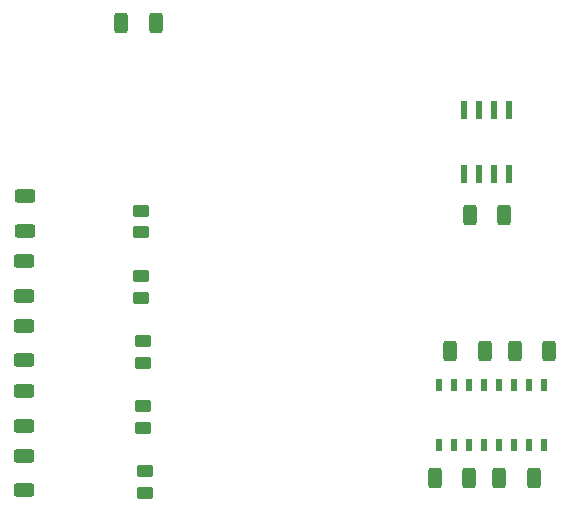
<source format=gtp>
G04 #@! TF.GenerationSoftware,KiCad,Pcbnew,8.0.0*
G04 #@! TF.CreationDate,2024-12-24T11:36:35-06:00*
G04 #@! TF.ProjectId,Rain and Switches Control Board,5261696e-2061-46e6-9420-537769746368,rev?*
G04 #@! TF.SameCoordinates,Original*
G04 #@! TF.FileFunction,Paste,Top*
G04 #@! TF.FilePolarity,Positive*
%FSLAX46Y46*%
G04 Gerber Fmt 4.6, Leading zero omitted, Abs format (unit mm)*
G04 Created by KiCad (PCBNEW 8.0.0) date 2024-12-24 11:36:35*
%MOMM*%
%LPD*%
G01*
G04 APERTURE LIST*
G04 Aperture macros list*
%AMRoundRect*
0 Rectangle with rounded corners*
0 $1 Rounding radius*
0 $2 $3 $4 $5 $6 $7 $8 $9 X,Y pos of 4 corners*
0 Add a 4 corners polygon primitive as box body*
4,1,4,$2,$3,$4,$5,$6,$7,$8,$9,$2,$3,0*
0 Add four circle primitives for the rounded corners*
1,1,$1+$1,$2,$3*
1,1,$1+$1,$4,$5*
1,1,$1+$1,$6,$7*
1,1,$1+$1,$8,$9*
0 Add four rect primitives between the rounded corners*
20,1,$1+$1,$2,$3,$4,$5,0*
20,1,$1+$1,$4,$5,$6,$7,0*
20,1,$1+$1,$6,$7,$8,$9,0*
20,1,$1+$1,$8,$9,$2,$3,0*%
G04 Aperture macros list end*
%ADD10RoundRect,0.250000X-0.312500X-0.625000X0.312500X-0.625000X0.312500X0.625000X-0.312500X0.625000X0*%
%ADD11RoundRect,0.250000X-0.450000X0.262500X-0.450000X-0.262500X0.450000X-0.262500X0.450000X0.262500X0*%
%ADD12RoundRect,0.250000X0.625000X-0.312500X0.625000X0.312500X-0.625000X0.312500X-0.625000X-0.312500X0*%
%ADD13RoundRect,0.250000X0.312500X0.625000X-0.312500X0.625000X-0.312500X-0.625000X0.312500X-0.625000X0*%
%ADD14R,0.508000X1.104900*%
%ADD15R,0.609600X1.549400*%
G04 APERTURE END LIST*
D10*
X185833500Y-61928800D03*
X188758500Y-61928800D03*
D11*
X158158500Y-72603800D03*
X158158500Y-74428800D03*
D12*
X148096000Y-74241300D03*
X148096000Y-71316300D03*
D13*
X185796000Y-84178800D03*
X182871000Y-84178800D03*
X156333500Y-45628800D03*
X159258500Y-45628800D03*
X192571000Y-73428800D03*
X189646000Y-73428800D03*
D12*
X148196000Y-63241300D03*
X148196000Y-60316300D03*
D13*
X191271000Y-84178800D03*
X188346000Y-84178800D03*
D11*
X158346000Y-83616300D03*
X158346000Y-85441300D03*
X158046000Y-67116300D03*
X158046000Y-68941300D03*
D13*
X187096000Y-73428800D03*
X184171000Y-73428800D03*
D12*
X148096000Y-79766300D03*
X148096000Y-76841300D03*
D14*
X183276000Y-76278800D03*
X184546000Y-76278800D03*
X185816000Y-76278800D03*
X187086000Y-76278800D03*
X188356000Y-76278800D03*
X189626000Y-76278800D03*
X190896000Y-76278800D03*
X192166000Y-76278800D03*
X192166000Y-81358800D03*
X190896000Y-81358800D03*
X189626000Y-81358800D03*
X188356000Y-81358800D03*
X187086000Y-81358800D03*
X185816000Y-81358800D03*
X184546000Y-81358800D03*
X183276000Y-81358800D03*
D12*
X148146000Y-68741300D03*
X148146000Y-65816300D03*
D15*
X189201000Y-53028800D03*
X187931000Y-53028800D03*
X186661000Y-53028800D03*
X185391000Y-53028800D03*
X185391000Y-58428800D03*
X186661000Y-58428800D03*
X187931000Y-58428800D03*
X189201000Y-58428800D03*
D11*
X158046000Y-61566300D03*
X158046000Y-63391300D03*
X158196000Y-78116300D03*
X158196000Y-79941300D03*
D12*
X148096000Y-85241300D03*
X148096000Y-82316300D03*
M02*

</source>
